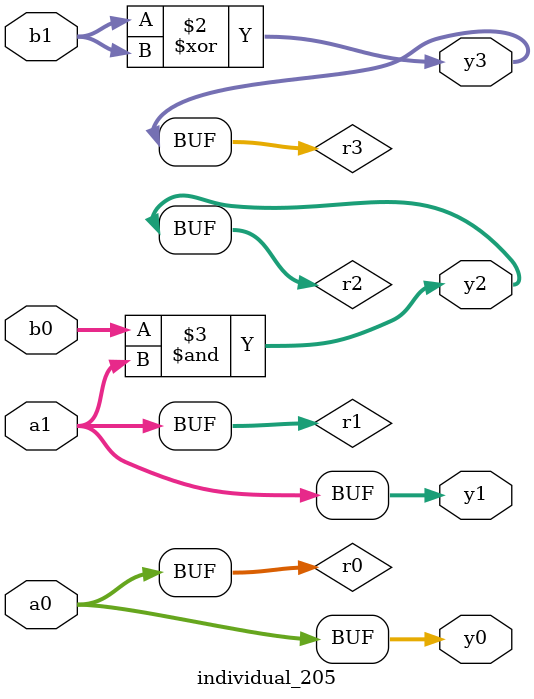
<source format=sv>
module individual_205(input logic [15:0] a1, input logic [15:0] a0, input logic [15:0] b1, input logic [15:0] b0, output logic [15:0] y3, output logic [15:0] y2, output logic [15:0] y1, output logic [15:0] y0);
logic [15:0] r0, r1, r2, r3; 
 always@(*) begin 
	 r0 = a0; r1 = a1; r2 = b0; r3 = b1; 
 	 r3  ^=  r3 ;
 	 r2  &=  r1 ;
 	 y3 = r3; y2 = r2; y1 = r1; y0 = r0; 
end
endmodule
</source>
